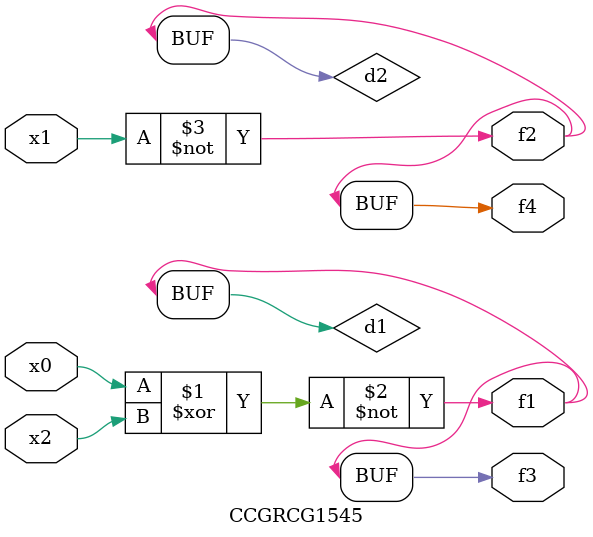
<source format=v>
module CCGRCG1545(
	input x0, x1, x2,
	output f1, f2, f3, f4
);

	wire d1, d2, d3;

	xnor (d1, x0, x2);
	nand (d2, x1);
	nor (d3, x1, x2);
	assign f1 = d1;
	assign f2 = d2;
	assign f3 = d1;
	assign f4 = d2;
endmodule

</source>
